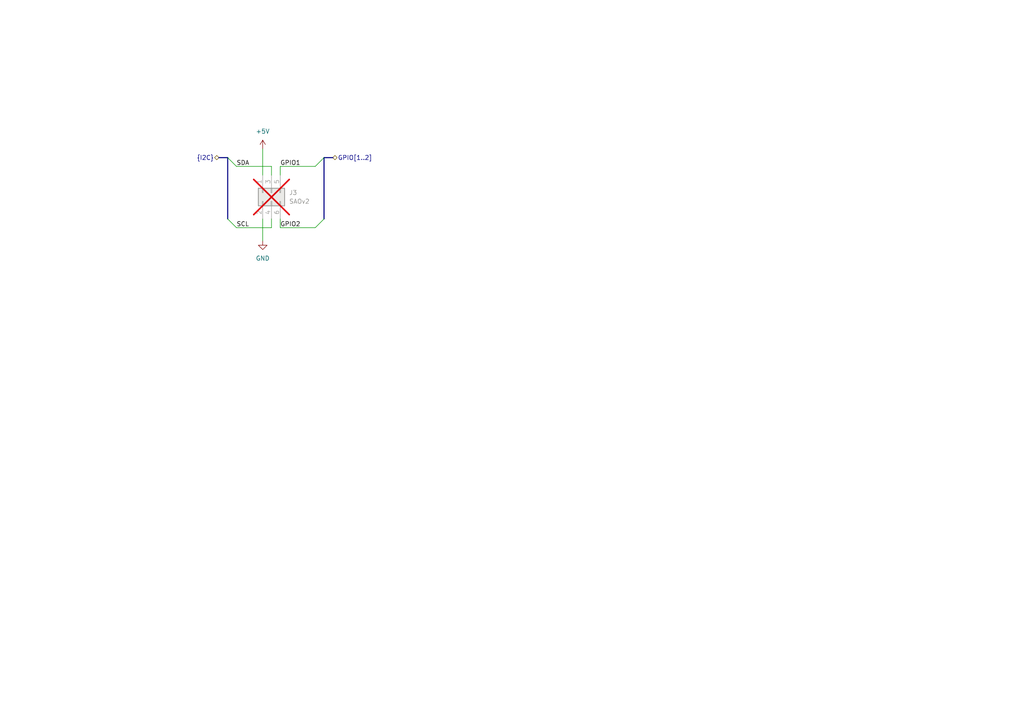
<source format=kicad_sch>
(kicad_sch (version 20240101) (generator "eeschema") (generator_version "8.99")
  (paper "A4")
  (lib_symbols
    (symbol "Connector_Generic:Conn_02x03_Odd_Even" (pin_names (offset 1.016) hide)
      (property "Reference" "J" (at 1.27 5.08 0))
      (property "Value" "Conn_02x03_Odd_Even" (at 1.27 -5.08 0))
      (symbol "Conn_02x03_Odd_Even_1_1"
        (rectangle (start -1.27 -2.413) (end 0 -2.667) (stroke (width 0.1524)))
        (rectangle (start -1.27 0.127) (end 0 -0.127) (stroke (width 0.1524)))
        (rectangle (start -1.27 2.667) (end 0 2.413) (stroke (width 0.1524)))
        (rectangle (start -1.27 3.81) (end 3.81 -3.81) (stroke (width 0.254)) (fill (type background)))
        (rectangle (start 3.81 -2.413) (end 2.54 -2.667) (stroke (width 0.1524)))
        (rectangle (start 3.81 0.127) (end 2.54 -0.127) (stroke (width 0.1524)))
        (rectangle (start 3.81 2.667) (end 2.54 2.413) (stroke (width 0.1524)))
        (pin passive line (at -5.08 2.54 0) (length 3.81) (name "Pin_1") (number "1"))
        (pin passive line (at 7.62 2.54 180) (length 3.81) (name "Pin_2") (number "2"))
        (pin passive line (at -5.08 0 0) (length 3.81) (name "Pin_3") (number "3"))
        (pin passive line (at 7.62 0 180) (length 3.81) (name "Pin_4") (number "4"))
        (pin passive line (at -5.08 -2.54 0) (length 3.81) (name "Pin_5") (number "5"))
        (pin passive line (at 7.62 -2.54 180) (length 3.81) (name "Pin_6") (number "6"))
      )
    )
    (symbol "power:+5V" (power) (pin_numbers hide) (pin_names (offset 0) hide)
      (property "Value" "+5V" (at 0 3.556 0))
      (symbol "+5V_0_1"
        (polyline (pts (xy -0.762 1.27) (xy 0 2.54)))
        (polyline (pts (xy 0 0) (xy 0 2.54)))
        (polyline (pts (xy 0 2.54) (xy 0.762 1.27)))
      )
      (symbol "+5V_1_1"
        (pin power_in line (at 0 0 90) (length 0) (name "~") (number "1"))
      )
    )
    (symbol "power:GND" (power) (pin_numbers hide) (pin_names (offset 0) hide)
      (property "Value" "GND" (at 0 -3.81 0))
      (symbol "GND_0_1"
        (polyline (pts (xy 0 0) (xy 0 -1.27) (xy 1.27 -1.27) (xy 0 -2.54) (xy -1.27 -1.27) (xy 0 -1.27)))
      )
      (symbol "GND_1_1"
        (pin power_in line (at 0 0 270) (length 0) (name "~") (number "1"))
      )
    )
  )
  (bus_entry (at 68.58 66.04) (size -2.54 -2.54))
  (bus_entry (at 91.44 66.04) (size 2.54 -2.54))
  (bus_entry (at 68.58 48.26) (size -2.54 -2.54))
  (bus_entry (at 91.44 48.26) (size 2.54 -2.54))
  (bus (pts (xy 66.04 45.72) (xy 66.04 63.5)))
  (wire (pts (xy 68.58 48.26) (xy 78.74 48.26)))
  (wire (pts (xy 68.58 66.04) (xy 78.74 66.04)))
  (bus (pts (xy 93.98 45.72) (xy 93.98 63.5)))
  (wire (pts (xy 78.74 63.5) (xy 78.74 66.04)))
  (wire (pts (xy 81.28 63.5) (xy 81.28 66.04)))
  (wire (pts (xy 78.74 48.26) (xy 78.74 50.8)))
  (wire (pts (xy 91.44 48.26) (xy 81.28 48.26)))
  (bus (pts (xy 63.5 45.72) (xy 66.04 45.72)))
  (bus (pts (xy 93.98 45.72) (xy 96.52 45.72)))
  (wire (pts (xy 76.2 43.18) (xy 76.2 50.8)))
  (wire (pts (xy 81.28 50.8) (xy 81.28 48.26)))
  (wire (pts (xy 76.2 63.5) (xy 76.2 69.85)))
  (wire (pts (xy 81.28 66.04) (xy 91.44 66.04)))
  (label "SDA" (at 68.58 48.26 0))
  (label "GPIO1" (at 81.28 48.26 0))
  (label "GPIO2" (at 81.28 66.04 0))
  (label "SCL" (at 68.58 66.04 0))
  (hierarchical_label "{I2C}" (shape bidirectional) (at 63.5 45.72 180))
  (hierarchical_label "GPIO[1..2]" (shape bidirectional) (at 96.52 45.72 0))
  (symbol (lib_id "power:GND") (at 76.2 69.85 0) (unit 1)
    (property "Reference" "#PWR05" (effects (hide yes)))
    (property "Value" "GND" (at 76.2 74.93 0))
    (property "Description" "Power symbol creates a global label with name \"GND\" , ground" (effects (hide yes)))
  )
  (symbol (lib_id "Connector_Generic:Conn_02x03_Odd_Even") (at 78.74 55.88 90) (mirror x) (unit 1) (in_bom no) (dnp yes)
    (property "Reference" "J3" (at 83.82 55.88 90) (effects (justify right)))
    (property "Value" "SAOv2" (at 83.82 58.42 90) (effects (justify right)))
    (property "Footprint" "Connector_PinSocket_2.54mm:PinSocket_2x03_P2.54mm_Vertical" (effects (hide yes)))
    (property "Description" "Generic connector, double row, 02x03, odd/even pin numbering scheme (row 1 odd numbers, row 2 even numbers), script generated (kicad-library-utils/schlib/autogen/connector/)" (effects (hide yes)))
    (property "LCSC Part" "C4749176" (effects (hide yes)))
  )
  (symbol (lib_id "power:+5V") (at 76.2 43.18 0) (unit 1)
    (property "Reference" "#PWR02" (effects (hide yes)))
    (property "Value" "+5V" (at 76.2 38.1 0))
    (property "Description" "Power symbol creates a global label with name \"+5V\"" (effects (hide yes)))
  )
)
</source>
